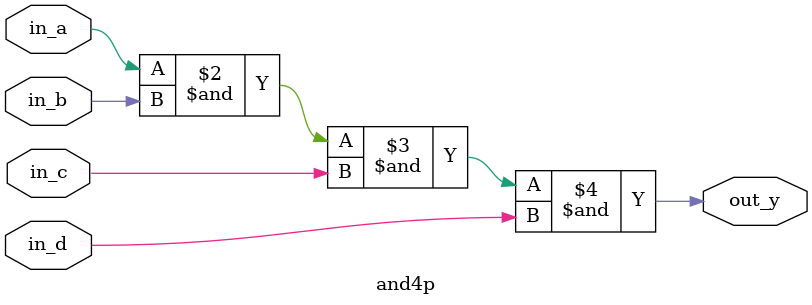
<source format=v>
/*
    use the primitive to make 4inp AND gate
*/

`timescale 1ns/100ps
`define STEP 10

module tb();
    reg [3:0] inp_vec;
    wire out_val;
    integer idx;

    and4p DUT (
                .out_y(out_val),
                .in_a(inp_vec[0]),
                .in_b(inp_vec[1]),
                .in_c(inp_vec[2]),
                .in_d(inp_vec[3])
              );
    
    initial begin
        $write("\nresults of 4-input AND gate:\n\n");
        $write(" a  b  c  d    Y\n");
        for (idx = 0; idx < 16; idx = idx + 1) begin
            inp_vec = idx;
            #`STEP
            $write(" %b  %b  %b  %b    %b\n",
                inp_vec[0], inp_vec[1], inp_vec[2], inp_vec[3], out_val);
        end
        #`STEP
        $write("\n\n\t\t ~ ~ ~ TEST COMPLETE ~ ~ ~\n\n");
    end 
endmodule

////~~~~

module and4p (
                output wire out_y,
                input wire in_a,
                input wire in_b,
                input wire in_c,
                input wire in_d
            );
    and (out_y, in_a, in_b, in_c, in_d);
endmodule


////////~~~~~~~~END>  and4p.v

</source>
